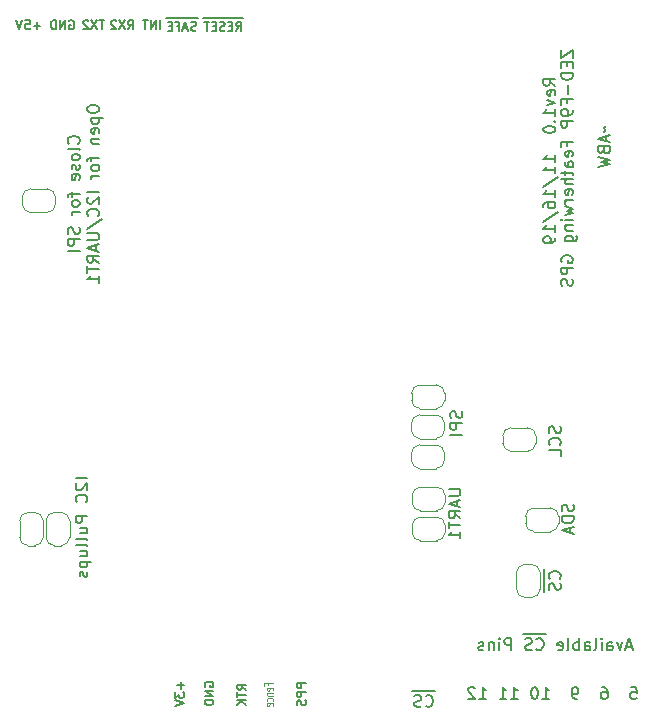
<source format=gbr>
G04 #@! TF.GenerationSoftware,KiCad,Pcbnew,(5.1.4)-1*
G04 #@! TF.CreationDate,2019-11-16T11:50:56-05:00*
G04 #@! TF.ProjectId,Feather-ZED-F9P-GPS,46656174-6865-4722-9d5a-45442d463950,rev?*
G04 #@! TF.SameCoordinates,Original*
G04 #@! TF.FileFunction,Legend,Bot*
G04 #@! TF.FilePolarity,Positive*
%FSLAX46Y46*%
G04 Gerber Fmt 4.6, Leading zero omitted, Abs format (unit mm)*
G04 Created by KiCad (PCBNEW (5.1.4)-1) date 2019-11-16 11:50:56*
%MOMM*%
%LPD*%
G04 APERTURE LIST*
%ADD10C,0.150000*%
%ADD11C,0.125000*%
%ADD12C,0.120000*%
G04 APERTURE END LIST*
D10*
X100109328Y-52860795D02*
X100061709Y-52908414D01*
X100014090Y-53003652D01*
X100109328Y-53194128D01*
X100061709Y-53289366D01*
X100014090Y-53336985D01*
X100204566Y-53670319D02*
X100204566Y-54146509D01*
X100490280Y-53575080D02*
X99490280Y-53908414D01*
X100490280Y-54241747D01*
X99966471Y-54908414D02*
X100014090Y-55051271D01*
X100061709Y-55098890D01*
X100156947Y-55146509D01*
X100299804Y-55146509D01*
X100395042Y-55098890D01*
X100442661Y-55051271D01*
X100490280Y-54956033D01*
X100490280Y-54575080D01*
X99490280Y-54575080D01*
X99490280Y-54908414D01*
X99537900Y-55003652D01*
X99585519Y-55051271D01*
X99680757Y-55098890D01*
X99775995Y-55098890D01*
X99871233Y-55051271D01*
X99918852Y-55003652D01*
X99966471Y-54908414D01*
X99966471Y-54575080D01*
X99490280Y-55479842D02*
X100490280Y-55717938D01*
X99775995Y-55908414D01*
X100490280Y-56098890D01*
X99490280Y-56336985D01*
X95880180Y-49433957D02*
X95403990Y-49100623D01*
X95880180Y-48862528D02*
X94880180Y-48862528D01*
X94880180Y-49243480D01*
X94927800Y-49338719D01*
X94975419Y-49386338D01*
X95070657Y-49433957D01*
X95213514Y-49433957D01*
X95308752Y-49386338D01*
X95356371Y-49338719D01*
X95403990Y-49243480D01*
X95403990Y-48862528D01*
X95832561Y-50243480D02*
X95880180Y-50148242D01*
X95880180Y-49957766D01*
X95832561Y-49862528D01*
X95737323Y-49814909D01*
X95356371Y-49814909D01*
X95261133Y-49862528D01*
X95213514Y-49957766D01*
X95213514Y-50148242D01*
X95261133Y-50243480D01*
X95356371Y-50291100D01*
X95451609Y-50291100D01*
X95546847Y-49814909D01*
X95213514Y-50624433D02*
X95880180Y-50862528D01*
X95213514Y-51100623D01*
X95880180Y-52005385D02*
X95880180Y-51433957D01*
X95880180Y-51719671D02*
X94880180Y-51719671D01*
X95023038Y-51624433D01*
X95118276Y-51529195D01*
X95165895Y-51433957D01*
X95784942Y-52433957D02*
X95832561Y-52481576D01*
X95880180Y-52433957D01*
X95832561Y-52386338D01*
X95784942Y-52433957D01*
X95880180Y-52433957D01*
X94880180Y-53100623D02*
X94880180Y-53195861D01*
X94927800Y-53291100D01*
X94975419Y-53338719D01*
X95070657Y-53386338D01*
X95261133Y-53433957D01*
X95499228Y-53433957D01*
X95689704Y-53386338D01*
X95784942Y-53338719D01*
X95832561Y-53291100D01*
X95880180Y-53195861D01*
X95880180Y-53100623D01*
X95832561Y-53005385D01*
X95784942Y-52957766D01*
X95689704Y-52910147D01*
X95499228Y-52862528D01*
X95261133Y-52862528D01*
X95070657Y-52910147D01*
X94975419Y-52957766D01*
X94927800Y-53005385D01*
X94880180Y-53100623D01*
X95880180Y-55910147D02*
X95880180Y-55338719D01*
X95880180Y-55624433D02*
X94880180Y-55624433D01*
X95023038Y-55529195D01*
X95118276Y-55433957D01*
X95165895Y-55338719D01*
X95880180Y-56862528D02*
X95880180Y-56291100D01*
X95880180Y-56576814D02*
X94880180Y-56576814D01*
X95023038Y-56481576D01*
X95118276Y-56386338D01*
X95165895Y-56291100D01*
X94832561Y-58005385D02*
X96118276Y-57148242D01*
X95880180Y-58862528D02*
X95880180Y-58291100D01*
X95880180Y-58576814D02*
X94880180Y-58576814D01*
X95023038Y-58481576D01*
X95118276Y-58386338D01*
X95165895Y-58291100D01*
X94880180Y-59719671D02*
X94880180Y-59529195D01*
X94927800Y-59433957D01*
X94975419Y-59386338D01*
X95118276Y-59291100D01*
X95308752Y-59243480D01*
X95689704Y-59243480D01*
X95784942Y-59291100D01*
X95832561Y-59338719D01*
X95880180Y-59433957D01*
X95880180Y-59624433D01*
X95832561Y-59719671D01*
X95784942Y-59767290D01*
X95689704Y-59814909D01*
X95451609Y-59814909D01*
X95356371Y-59767290D01*
X95308752Y-59719671D01*
X95261133Y-59624433D01*
X95261133Y-59433957D01*
X95308752Y-59338719D01*
X95356371Y-59291100D01*
X95451609Y-59243480D01*
X94832561Y-60957766D02*
X96118276Y-60100623D01*
X95880180Y-61814909D02*
X95880180Y-61243480D01*
X95880180Y-61529195D02*
X94880180Y-61529195D01*
X95023038Y-61433957D01*
X95118276Y-61338719D01*
X95165895Y-61243480D01*
X95880180Y-62291100D02*
X95880180Y-62481576D01*
X95832561Y-62576814D01*
X95784942Y-62624433D01*
X95642085Y-62719671D01*
X95451609Y-62767290D01*
X95070657Y-62767290D01*
X94975419Y-62719671D01*
X94927800Y-62672052D01*
X94880180Y-62576814D01*
X94880180Y-62386338D01*
X94927800Y-62291100D01*
X94975419Y-62243480D01*
X95070657Y-62195861D01*
X95308752Y-62195861D01*
X95403990Y-62243480D01*
X95451609Y-62291100D01*
X95499228Y-62386338D01*
X95499228Y-62576814D01*
X95451609Y-62672052D01*
X95403990Y-62719671D01*
X95308752Y-62767290D01*
X96378780Y-46413400D02*
X96378780Y-47080066D01*
X97378780Y-46413400D01*
X97378780Y-47080066D01*
X96854971Y-47461019D02*
X96854971Y-47794352D01*
X97378780Y-47937209D02*
X97378780Y-47461019D01*
X96378780Y-47461019D01*
X96378780Y-47937209D01*
X97378780Y-48365780D02*
X96378780Y-48365780D01*
X96378780Y-48603876D01*
X96426400Y-48746733D01*
X96521638Y-48841971D01*
X96616876Y-48889590D01*
X96807352Y-48937209D01*
X96950209Y-48937209D01*
X97140685Y-48889590D01*
X97235923Y-48841971D01*
X97331161Y-48746733D01*
X97378780Y-48603876D01*
X97378780Y-48365780D01*
X96997828Y-49365780D02*
X96997828Y-50127685D01*
X96854971Y-50937209D02*
X96854971Y-50603876D01*
X97378780Y-50603876D02*
X96378780Y-50603876D01*
X96378780Y-51080066D01*
X97378780Y-51508638D02*
X97378780Y-51699114D01*
X97331161Y-51794352D01*
X97283542Y-51841971D01*
X97140685Y-51937209D01*
X96950209Y-51984828D01*
X96569257Y-51984828D01*
X96474019Y-51937209D01*
X96426400Y-51889590D01*
X96378780Y-51794352D01*
X96378780Y-51603876D01*
X96426400Y-51508638D01*
X96474019Y-51461019D01*
X96569257Y-51413400D01*
X96807352Y-51413400D01*
X96902590Y-51461019D01*
X96950209Y-51508638D01*
X96997828Y-51603876D01*
X96997828Y-51794352D01*
X96950209Y-51889590D01*
X96902590Y-51937209D01*
X96807352Y-51984828D01*
X97378780Y-52413400D02*
X96378780Y-52413400D01*
X96378780Y-52794352D01*
X96426400Y-52889590D01*
X96474019Y-52937209D01*
X96569257Y-52984828D01*
X96712114Y-52984828D01*
X96807352Y-52937209D01*
X96854971Y-52889590D01*
X96902590Y-52794352D01*
X96902590Y-52413400D01*
X96854971Y-54508638D02*
X96854971Y-54175304D01*
X97378780Y-54175304D02*
X96378780Y-54175304D01*
X96378780Y-54651495D01*
X97331161Y-55413400D02*
X97378780Y-55318161D01*
X97378780Y-55127685D01*
X97331161Y-55032447D01*
X97235923Y-54984828D01*
X96854971Y-54984828D01*
X96759733Y-55032447D01*
X96712114Y-55127685D01*
X96712114Y-55318161D01*
X96759733Y-55413400D01*
X96854971Y-55461019D01*
X96950209Y-55461019D01*
X97045447Y-54984828D01*
X97378780Y-56318161D02*
X96854971Y-56318161D01*
X96759733Y-56270542D01*
X96712114Y-56175304D01*
X96712114Y-55984828D01*
X96759733Y-55889590D01*
X97331161Y-56318161D02*
X97378780Y-56222923D01*
X97378780Y-55984828D01*
X97331161Y-55889590D01*
X97235923Y-55841971D01*
X97140685Y-55841971D01*
X97045447Y-55889590D01*
X96997828Y-55984828D01*
X96997828Y-56222923D01*
X96950209Y-56318161D01*
X96712114Y-56651495D02*
X96712114Y-57032447D01*
X96378780Y-56794352D02*
X97235923Y-56794352D01*
X97331161Y-56841971D01*
X97378780Y-56937209D01*
X97378780Y-57032447D01*
X97378780Y-57365780D02*
X96378780Y-57365780D01*
X97378780Y-57794352D02*
X96854971Y-57794352D01*
X96759733Y-57746733D01*
X96712114Y-57651495D01*
X96712114Y-57508638D01*
X96759733Y-57413400D01*
X96807352Y-57365780D01*
X97331161Y-58651495D02*
X97378780Y-58556257D01*
X97378780Y-58365780D01*
X97331161Y-58270542D01*
X97235923Y-58222923D01*
X96854971Y-58222923D01*
X96759733Y-58270542D01*
X96712114Y-58365780D01*
X96712114Y-58556257D01*
X96759733Y-58651495D01*
X96854971Y-58699114D01*
X96950209Y-58699114D01*
X97045447Y-58222923D01*
X97378780Y-59127685D02*
X96712114Y-59127685D01*
X96902590Y-59127685D02*
X96807352Y-59175304D01*
X96759733Y-59222923D01*
X96712114Y-59318161D01*
X96712114Y-59413400D01*
X96712114Y-59651495D02*
X97378780Y-59841971D01*
X96902590Y-60032447D01*
X97378780Y-60222923D01*
X96712114Y-60413400D01*
X97378780Y-60794352D02*
X96712114Y-60794352D01*
X96378780Y-60794352D02*
X96426400Y-60746733D01*
X96474019Y-60794352D01*
X96426400Y-60841971D01*
X96378780Y-60794352D01*
X96474019Y-60794352D01*
X96712114Y-61270542D02*
X97378780Y-61270542D01*
X96807352Y-61270542D02*
X96759733Y-61318161D01*
X96712114Y-61413400D01*
X96712114Y-61556257D01*
X96759733Y-61651495D01*
X96854971Y-61699114D01*
X97378780Y-61699114D01*
X96712114Y-62603876D02*
X97521638Y-62603876D01*
X97616876Y-62556257D01*
X97664495Y-62508638D01*
X97712114Y-62413400D01*
X97712114Y-62270542D01*
X97664495Y-62175304D01*
X97331161Y-62603876D02*
X97378780Y-62508638D01*
X97378780Y-62318161D01*
X97331161Y-62222923D01*
X97283542Y-62175304D01*
X97188304Y-62127685D01*
X96902590Y-62127685D01*
X96807352Y-62175304D01*
X96759733Y-62222923D01*
X96712114Y-62318161D01*
X96712114Y-62508638D01*
X96759733Y-62603876D01*
X96426400Y-64365780D02*
X96378780Y-64270542D01*
X96378780Y-64127685D01*
X96426400Y-63984828D01*
X96521638Y-63889590D01*
X96616876Y-63841971D01*
X96807352Y-63794352D01*
X96950209Y-63794352D01*
X97140685Y-63841971D01*
X97235923Y-63889590D01*
X97331161Y-63984828D01*
X97378780Y-64127685D01*
X97378780Y-64222923D01*
X97331161Y-64365780D01*
X97283542Y-64413400D01*
X96950209Y-64413400D01*
X96950209Y-64222923D01*
X97378780Y-64841971D02*
X96378780Y-64841971D01*
X96378780Y-65222923D01*
X96426400Y-65318161D01*
X96474019Y-65365780D01*
X96569257Y-65413400D01*
X96712114Y-65413400D01*
X96807352Y-65365780D01*
X96854971Y-65318161D01*
X96902590Y-65222923D01*
X96902590Y-64841971D01*
X97331161Y-65794352D02*
X97378780Y-65937209D01*
X97378780Y-66175304D01*
X97331161Y-66270542D01*
X97283542Y-66318161D01*
X97188304Y-66365780D01*
X97093066Y-66365780D01*
X96997828Y-66318161D01*
X96950209Y-66270542D01*
X96902590Y-66175304D01*
X96854971Y-65984828D01*
X96807352Y-65889590D01*
X96759733Y-65841971D01*
X96664495Y-65794352D01*
X96569257Y-65794352D01*
X96474019Y-65841971D01*
X96426400Y-65889590D01*
X96378780Y-65984828D01*
X96378780Y-66222923D01*
X96426400Y-66365780D01*
X57710271Y-43885935D02*
X57281700Y-43885935D01*
X57495985Y-44635935D02*
X57495985Y-43885935D01*
X57103128Y-43885935D02*
X56603128Y-44635935D01*
X56603128Y-43885935D02*
X57103128Y-44635935D01*
X56353128Y-43957364D02*
X56317414Y-43921650D01*
X56245985Y-43885935D01*
X56067414Y-43885935D01*
X55995985Y-43921650D01*
X55960271Y-43957364D01*
X55924557Y-44028792D01*
X55924557Y-44100221D01*
X55960271Y-44207364D01*
X56388842Y-44635935D01*
X55924557Y-44635935D01*
X52297685Y-44350221D02*
X51726257Y-44350221D01*
X52011971Y-44635935D02*
X52011971Y-44064507D01*
X51011971Y-43885935D02*
X51369114Y-43885935D01*
X51404828Y-44243078D01*
X51369114Y-44207364D01*
X51297685Y-44171650D01*
X51119114Y-44171650D01*
X51047685Y-44207364D01*
X51011971Y-44243078D01*
X50976257Y-44314507D01*
X50976257Y-44493078D01*
X51011971Y-44564507D01*
X51047685Y-44600221D01*
X51119114Y-44635935D01*
X51297685Y-44635935D01*
X51369114Y-44600221D01*
X51404828Y-44564507D01*
X50761971Y-43885935D02*
X50511971Y-44635935D01*
X50261971Y-43885935D01*
X54736928Y-43921650D02*
X54808357Y-43885935D01*
X54915500Y-43885935D01*
X55022642Y-43921650D01*
X55094071Y-43993078D01*
X55129785Y-44064507D01*
X55165500Y-44207364D01*
X55165500Y-44314507D01*
X55129785Y-44457364D01*
X55094071Y-44528792D01*
X55022642Y-44600221D01*
X54915500Y-44635935D01*
X54844071Y-44635935D01*
X54736928Y-44600221D01*
X54701214Y-44564507D01*
X54701214Y-44314507D01*
X54844071Y-44314507D01*
X54379785Y-44635935D02*
X54379785Y-43885935D01*
X53951214Y-44635935D01*
X53951214Y-43885935D01*
X53594071Y-44635935D02*
X53594071Y-43885935D01*
X53415500Y-43885935D01*
X53308357Y-43921650D01*
X53236928Y-43993078D01*
X53201214Y-44064507D01*
X53165500Y-44207364D01*
X53165500Y-44314507D01*
X53201214Y-44457364D01*
X53236928Y-44528792D01*
X53308357Y-44600221D01*
X53415500Y-44635935D01*
X53594071Y-44635935D01*
X69476328Y-43700400D02*
X68726328Y-43700400D01*
X68869185Y-44774685D02*
X69119185Y-44417542D01*
X69297757Y-44774685D02*
X69297757Y-44024685D01*
X69012042Y-44024685D01*
X68940614Y-44060400D01*
X68904900Y-44096114D01*
X68869185Y-44167542D01*
X68869185Y-44274685D01*
X68904900Y-44346114D01*
X68940614Y-44381828D01*
X69012042Y-44417542D01*
X69297757Y-44417542D01*
X68726328Y-43700400D02*
X68047757Y-43700400D01*
X68547757Y-44381828D02*
X68297757Y-44381828D01*
X68190614Y-44774685D02*
X68547757Y-44774685D01*
X68547757Y-44024685D01*
X68190614Y-44024685D01*
X68047757Y-43700400D02*
X67333471Y-43700400D01*
X67904900Y-44738971D02*
X67797757Y-44774685D01*
X67619185Y-44774685D01*
X67547757Y-44738971D01*
X67512042Y-44703257D01*
X67476328Y-44631828D01*
X67476328Y-44560400D01*
X67512042Y-44488971D01*
X67547757Y-44453257D01*
X67619185Y-44417542D01*
X67762042Y-44381828D01*
X67833471Y-44346114D01*
X67869185Y-44310400D01*
X67904900Y-44238971D01*
X67904900Y-44167542D01*
X67869185Y-44096114D01*
X67833471Y-44060400D01*
X67762042Y-44024685D01*
X67583471Y-44024685D01*
X67476328Y-44060400D01*
X67333471Y-43700400D02*
X66654900Y-43700400D01*
X67154900Y-44381828D02*
X66904900Y-44381828D01*
X66797757Y-44774685D02*
X67154900Y-44774685D01*
X67154900Y-44024685D01*
X66797757Y-44024685D01*
X66654900Y-43700400D02*
X66083471Y-43700400D01*
X66583471Y-44024685D02*
X66154900Y-44024685D01*
X66369185Y-44774685D02*
X66369185Y-44024685D01*
X59689542Y-44635935D02*
X59939542Y-44278792D01*
X60118114Y-44635935D02*
X60118114Y-43885935D01*
X59832400Y-43885935D01*
X59760971Y-43921650D01*
X59725257Y-43957364D01*
X59689542Y-44028792D01*
X59689542Y-44135935D01*
X59725257Y-44207364D01*
X59760971Y-44243078D01*
X59832400Y-44278792D01*
X60118114Y-44278792D01*
X59439542Y-43885935D02*
X58939542Y-44635935D01*
X58939542Y-43885935D02*
X59439542Y-44635935D01*
X58689542Y-43957364D02*
X58653828Y-43921650D01*
X58582400Y-43885935D01*
X58403828Y-43885935D01*
X58332400Y-43921650D01*
X58296685Y-43957364D01*
X58260971Y-44028792D01*
X58260971Y-44100221D01*
X58296685Y-44207364D01*
X58725257Y-44635935D01*
X58260971Y-44635935D01*
X65601285Y-43700400D02*
X64887000Y-43700400D01*
X65458428Y-44738971D02*
X65351285Y-44774685D01*
X65172714Y-44774685D01*
X65101285Y-44738971D01*
X65065571Y-44703257D01*
X65029857Y-44631828D01*
X65029857Y-44560400D01*
X65065571Y-44488971D01*
X65101285Y-44453257D01*
X65172714Y-44417542D01*
X65315571Y-44381828D01*
X65387000Y-44346114D01*
X65422714Y-44310400D01*
X65458428Y-44238971D01*
X65458428Y-44167542D01*
X65422714Y-44096114D01*
X65387000Y-44060400D01*
X65315571Y-44024685D01*
X65137000Y-44024685D01*
X65029857Y-44060400D01*
X64887000Y-43700400D02*
X64244142Y-43700400D01*
X64744142Y-44560400D02*
X64387000Y-44560400D01*
X64815571Y-44774685D02*
X64565571Y-44024685D01*
X64315571Y-44774685D01*
X64244142Y-43700400D02*
X63601285Y-43700400D01*
X63815571Y-44381828D02*
X64065571Y-44381828D01*
X64065571Y-44774685D02*
X64065571Y-44024685D01*
X63708428Y-44024685D01*
X63601285Y-43700400D02*
X62922714Y-43700400D01*
X63422714Y-44381828D02*
X63172714Y-44381828D01*
X63065571Y-44774685D02*
X63422714Y-44774685D01*
X63422714Y-44024685D01*
X63065571Y-44024685D01*
X62400571Y-44635935D02*
X62400571Y-43885935D01*
X62043428Y-44635935D02*
X62043428Y-43885935D01*
X61614857Y-44635935D01*
X61614857Y-43885935D01*
X61364857Y-43885935D02*
X60936285Y-43885935D01*
X61150571Y-44635935D02*
X61150571Y-43885935D01*
D11*
X71587128Y-100167380D02*
X71587128Y-100000714D01*
X71979985Y-100000714D02*
X71229985Y-100000714D01*
X71229985Y-100238809D01*
X71944271Y-100619761D02*
X71979985Y-100572142D01*
X71979985Y-100476904D01*
X71944271Y-100429285D01*
X71872842Y-100405476D01*
X71587128Y-100405476D01*
X71515700Y-100429285D01*
X71479985Y-100476904D01*
X71479985Y-100572142D01*
X71515700Y-100619761D01*
X71587128Y-100643571D01*
X71658557Y-100643571D01*
X71729985Y-100405476D01*
X71479985Y-100857857D02*
X71979985Y-100857857D01*
X71551414Y-100857857D02*
X71515700Y-100881666D01*
X71479985Y-100929285D01*
X71479985Y-101000714D01*
X71515700Y-101048333D01*
X71587128Y-101072142D01*
X71979985Y-101072142D01*
X71944271Y-101524523D02*
X71979985Y-101476904D01*
X71979985Y-101381666D01*
X71944271Y-101334047D01*
X71908557Y-101310238D01*
X71837128Y-101286428D01*
X71622842Y-101286428D01*
X71551414Y-101310238D01*
X71515700Y-101334047D01*
X71479985Y-101381666D01*
X71479985Y-101476904D01*
X71515700Y-101524523D01*
X71944271Y-101929285D02*
X71979985Y-101881666D01*
X71979985Y-101786428D01*
X71944271Y-101738809D01*
X71872842Y-101715000D01*
X71587128Y-101715000D01*
X71515700Y-101738809D01*
X71479985Y-101786428D01*
X71479985Y-101881666D01*
X71515700Y-101929285D01*
X71587128Y-101953095D01*
X71658557Y-101953095D01*
X71729985Y-101715000D01*
D10*
X74748585Y-100000119D02*
X73998585Y-100000119D01*
X73998585Y-100285833D01*
X74034300Y-100357262D01*
X74070014Y-100392976D01*
X74141442Y-100428691D01*
X74248585Y-100428691D01*
X74320014Y-100392976D01*
X74355728Y-100357262D01*
X74391442Y-100285833D01*
X74391442Y-100000119D01*
X74748585Y-100750119D02*
X73998585Y-100750119D01*
X73998585Y-101035833D01*
X74034300Y-101107262D01*
X74070014Y-101142976D01*
X74141442Y-101178691D01*
X74248585Y-101178691D01*
X74320014Y-101142976D01*
X74355728Y-101107262D01*
X74391442Y-101035833D01*
X74391442Y-100750119D01*
X74712871Y-101464405D02*
X74748585Y-101571548D01*
X74748585Y-101750119D01*
X74712871Y-101821548D01*
X74677157Y-101857262D01*
X74605728Y-101892976D01*
X74534300Y-101892976D01*
X74462871Y-101857262D01*
X74427157Y-101821548D01*
X74391442Y-101750119D01*
X74355728Y-101607262D01*
X74320014Y-101535833D01*
X74284300Y-101500119D01*
X74212871Y-101464405D01*
X74141442Y-101464405D01*
X74070014Y-101500119D01*
X74034300Y-101535833D01*
X73998585Y-101607262D01*
X73998585Y-101785833D01*
X74034300Y-101892976D01*
X64175871Y-99928691D02*
X64175871Y-100500119D01*
X64461585Y-100214405D02*
X63890157Y-100214405D01*
X63711585Y-100785834D02*
X63711585Y-101250119D01*
X63997300Y-101000119D01*
X63997300Y-101107262D01*
X64033014Y-101178691D01*
X64068728Y-101214405D01*
X64140157Y-101250119D01*
X64318728Y-101250119D01*
X64390157Y-101214405D01*
X64425871Y-101178691D01*
X64461585Y-101107262D01*
X64461585Y-100892977D01*
X64425871Y-100821548D01*
X64390157Y-100785834D01*
X63711585Y-101464405D02*
X64461585Y-101714405D01*
X63711585Y-101964405D01*
X69706685Y-100571547D02*
X69349542Y-100321547D01*
X69706685Y-100142976D02*
X68956685Y-100142976D01*
X68956685Y-100428690D01*
X68992400Y-100500119D01*
X69028114Y-100535833D01*
X69099542Y-100571547D01*
X69206685Y-100571547D01*
X69278114Y-100535833D01*
X69313828Y-100500119D01*
X69349542Y-100428690D01*
X69349542Y-100142976D01*
X68956685Y-100785833D02*
X68956685Y-101214404D01*
X69706685Y-101000119D02*
X68956685Y-101000119D01*
X69706685Y-101464404D02*
X68956685Y-101464404D01*
X69706685Y-101892976D02*
X69278114Y-101571547D01*
X68956685Y-101892976D02*
X69385257Y-101464404D01*
X66223800Y-100321548D02*
X66188085Y-100250119D01*
X66188085Y-100142977D01*
X66223800Y-100035834D01*
X66295228Y-99964405D01*
X66366657Y-99928691D01*
X66509514Y-99892977D01*
X66616657Y-99892977D01*
X66759514Y-99928691D01*
X66830942Y-99964405D01*
X66902371Y-100035834D01*
X66938085Y-100142977D01*
X66938085Y-100214405D01*
X66902371Y-100321548D01*
X66866657Y-100357262D01*
X66616657Y-100357262D01*
X66616657Y-100214405D01*
X66938085Y-100678691D02*
X66188085Y-100678691D01*
X66938085Y-101107262D01*
X66188085Y-101107262D01*
X66938085Y-101464405D02*
X66188085Y-101464405D01*
X66188085Y-101642977D01*
X66223800Y-101750119D01*
X66295228Y-101821548D01*
X66366657Y-101857262D01*
X66509514Y-101892977D01*
X66616657Y-101892977D01*
X66759514Y-101857262D01*
X66830942Y-101821548D01*
X66902371Y-101750119D01*
X66938085Y-101642977D01*
X66938085Y-101464405D01*
X85723290Y-100659600D02*
X84723290Y-100659600D01*
X84913766Y-101931742D02*
X84961385Y-101979361D01*
X85104242Y-102026980D01*
X85199480Y-102026980D01*
X85342338Y-101979361D01*
X85437576Y-101884123D01*
X85485195Y-101788885D01*
X85532814Y-101598409D01*
X85532814Y-101455552D01*
X85485195Y-101265076D01*
X85437576Y-101169838D01*
X85342338Y-101074600D01*
X85199480Y-101026980D01*
X85104242Y-101026980D01*
X84961385Y-101074600D01*
X84913766Y-101122219D01*
X84723290Y-100659600D02*
X83770909Y-100659600D01*
X84532814Y-101979361D02*
X84389957Y-102026980D01*
X84151861Y-102026980D01*
X84056623Y-101979361D01*
X84009004Y-101931742D01*
X83961385Y-101836504D01*
X83961385Y-101741266D01*
X84009004Y-101646028D01*
X84056623Y-101598409D01*
X84151861Y-101550790D01*
X84342338Y-101503171D01*
X84437576Y-101455552D01*
X84485195Y-101407933D01*
X84532814Y-101312695D01*
X84532814Y-101217457D01*
X84485195Y-101122219D01*
X84437576Y-101074600D01*
X84342338Y-101026980D01*
X84104242Y-101026980D01*
X83961385Y-101074600D01*
X102262747Y-100353880D02*
X102738938Y-100353880D01*
X102786557Y-100830071D01*
X102738938Y-100782452D01*
X102643700Y-100734833D01*
X102405604Y-100734833D01*
X102310366Y-100782452D01*
X102262747Y-100830071D01*
X102215128Y-100925309D01*
X102215128Y-101163404D01*
X102262747Y-101258642D01*
X102310366Y-101306261D01*
X102405604Y-101353880D01*
X102643700Y-101353880D01*
X102738938Y-101306261D01*
X102786557Y-101258642D01*
X99834176Y-100353880D02*
X100024652Y-100353880D01*
X100119890Y-100401500D01*
X100167509Y-100449119D01*
X100262747Y-100591976D01*
X100310366Y-100782452D01*
X100310366Y-101163404D01*
X100262747Y-101258642D01*
X100215128Y-101306261D01*
X100119890Y-101353880D01*
X99929414Y-101353880D01*
X99834176Y-101306261D01*
X99786557Y-101258642D01*
X99738938Y-101163404D01*
X99738938Y-100925309D01*
X99786557Y-100830071D01*
X99834176Y-100782452D01*
X99929414Y-100734833D01*
X100119890Y-100734833D01*
X100215128Y-100782452D01*
X100262747Y-100830071D01*
X100310366Y-100925309D01*
X97738938Y-101353880D02*
X97548461Y-101353880D01*
X97453223Y-101306261D01*
X97405604Y-101258642D01*
X97310366Y-101115785D01*
X97262747Y-100925309D01*
X97262747Y-100544357D01*
X97310366Y-100449119D01*
X97357985Y-100401500D01*
X97453223Y-100353880D01*
X97643700Y-100353880D01*
X97738938Y-100401500D01*
X97786557Y-100449119D01*
X97834176Y-100544357D01*
X97834176Y-100782452D01*
X97786557Y-100877690D01*
X97738938Y-100925309D01*
X97643700Y-100972928D01*
X97453223Y-100972928D01*
X97357985Y-100925309D01*
X97310366Y-100877690D01*
X97262747Y-100782452D01*
X94786557Y-101353880D02*
X95357985Y-101353880D01*
X95072271Y-101353880D02*
X95072271Y-100353880D01*
X95167509Y-100496738D01*
X95262747Y-100591976D01*
X95357985Y-100639595D01*
X94167509Y-100353880D02*
X94072271Y-100353880D01*
X93977033Y-100401500D01*
X93929414Y-100449119D01*
X93881795Y-100544357D01*
X93834176Y-100734833D01*
X93834176Y-100972928D01*
X93881795Y-101163404D01*
X93929414Y-101258642D01*
X93977033Y-101306261D01*
X94072271Y-101353880D01*
X94167509Y-101353880D01*
X94262747Y-101306261D01*
X94310366Y-101258642D01*
X94357985Y-101163404D01*
X94405604Y-100972928D01*
X94405604Y-100734833D01*
X94357985Y-100544357D01*
X94310366Y-100449119D01*
X94262747Y-100401500D01*
X94167509Y-100353880D01*
X92119890Y-101353880D02*
X92691319Y-101353880D01*
X92405604Y-101353880D02*
X92405604Y-100353880D01*
X92500842Y-100496738D01*
X92596080Y-100591976D01*
X92691319Y-100639595D01*
X91167509Y-101353880D02*
X91738938Y-101353880D01*
X91453223Y-101353880D02*
X91453223Y-100353880D01*
X91548461Y-100496738D01*
X91643700Y-100591976D01*
X91738938Y-100639595D01*
X89453223Y-101353880D02*
X90024652Y-101353880D01*
X89738938Y-101353880D02*
X89738938Y-100353880D01*
X89834176Y-100496738D01*
X89929414Y-100591976D01*
X90024652Y-100639595D01*
X89072271Y-100449119D02*
X89024652Y-100401500D01*
X88929414Y-100353880D01*
X88691319Y-100353880D01*
X88596080Y-100401500D01*
X88548461Y-100449119D01*
X88500842Y-100544357D01*
X88500842Y-100639595D01*
X88548461Y-100782452D01*
X89119890Y-101353880D01*
X88500842Y-101353880D01*
X102372300Y-96940666D02*
X101896109Y-96940666D01*
X102467538Y-97226380D02*
X102134204Y-96226380D01*
X101800871Y-97226380D01*
X101562776Y-96559714D02*
X101324680Y-97226380D01*
X101086585Y-96559714D01*
X100277061Y-97226380D02*
X100277061Y-96702571D01*
X100324680Y-96607333D01*
X100419919Y-96559714D01*
X100610395Y-96559714D01*
X100705633Y-96607333D01*
X100277061Y-97178761D02*
X100372300Y-97226380D01*
X100610395Y-97226380D01*
X100705633Y-97178761D01*
X100753252Y-97083523D01*
X100753252Y-96988285D01*
X100705633Y-96893047D01*
X100610395Y-96845428D01*
X100372300Y-96845428D01*
X100277061Y-96797809D01*
X99800871Y-97226380D02*
X99800871Y-96559714D01*
X99800871Y-96226380D02*
X99848490Y-96274000D01*
X99800871Y-96321619D01*
X99753252Y-96274000D01*
X99800871Y-96226380D01*
X99800871Y-96321619D01*
X99181823Y-97226380D02*
X99277061Y-97178761D01*
X99324680Y-97083523D01*
X99324680Y-96226380D01*
X98372300Y-97226380D02*
X98372300Y-96702571D01*
X98419919Y-96607333D01*
X98515157Y-96559714D01*
X98705633Y-96559714D01*
X98800871Y-96607333D01*
X98372300Y-97178761D02*
X98467538Y-97226380D01*
X98705633Y-97226380D01*
X98800871Y-97178761D01*
X98848490Y-97083523D01*
X98848490Y-96988285D01*
X98800871Y-96893047D01*
X98705633Y-96845428D01*
X98467538Y-96845428D01*
X98372300Y-96797809D01*
X97896109Y-97226380D02*
X97896109Y-96226380D01*
X97896109Y-96607333D02*
X97800871Y-96559714D01*
X97610395Y-96559714D01*
X97515157Y-96607333D01*
X97467538Y-96654952D01*
X97419919Y-96750190D01*
X97419919Y-97035904D01*
X97467538Y-97131142D01*
X97515157Y-97178761D01*
X97610395Y-97226380D01*
X97800871Y-97226380D01*
X97896109Y-97178761D01*
X96848490Y-97226380D02*
X96943728Y-97178761D01*
X96991347Y-97083523D01*
X96991347Y-96226380D01*
X96086585Y-97178761D02*
X96181823Y-97226380D01*
X96372300Y-97226380D01*
X96467538Y-97178761D01*
X96515157Y-97083523D01*
X96515157Y-96702571D01*
X96467538Y-96607333D01*
X96372300Y-96559714D01*
X96181823Y-96559714D01*
X96086585Y-96607333D01*
X96038966Y-96702571D01*
X96038966Y-96797809D01*
X96515157Y-96893047D01*
X95086585Y-95859000D02*
X94086585Y-95859000D01*
X94277061Y-97131142D02*
X94324680Y-97178761D01*
X94467538Y-97226380D01*
X94562776Y-97226380D01*
X94705633Y-97178761D01*
X94800871Y-97083523D01*
X94848490Y-96988285D01*
X94896109Y-96797809D01*
X94896109Y-96654952D01*
X94848490Y-96464476D01*
X94800871Y-96369238D01*
X94705633Y-96274000D01*
X94562776Y-96226380D01*
X94467538Y-96226380D01*
X94324680Y-96274000D01*
X94277061Y-96321619D01*
X94086585Y-95859000D02*
X93134204Y-95859000D01*
X93896109Y-97178761D02*
X93753252Y-97226380D01*
X93515157Y-97226380D01*
X93419919Y-97178761D01*
X93372300Y-97131142D01*
X93324680Y-97035904D01*
X93324680Y-96940666D01*
X93372300Y-96845428D01*
X93419919Y-96797809D01*
X93515157Y-96750190D01*
X93705633Y-96702571D01*
X93800871Y-96654952D01*
X93848490Y-96607333D01*
X93896109Y-96512095D01*
X93896109Y-96416857D01*
X93848490Y-96321619D01*
X93800871Y-96274000D01*
X93705633Y-96226380D01*
X93467538Y-96226380D01*
X93324680Y-96274000D01*
X92134204Y-97226380D02*
X92134204Y-96226380D01*
X91753252Y-96226380D01*
X91658014Y-96274000D01*
X91610395Y-96321619D01*
X91562776Y-96416857D01*
X91562776Y-96559714D01*
X91610395Y-96654952D01*
X91658014Y-96702571D01*
X91753252Y-96750190D01*
X92134204Y-96750190D01*
X91134204Y-97226380D02*
X91134204Y-96559714D01*
X91134204Y-96226380D02*
X91181823Y-96274000D01*
X91134204Y-96321619D01*
X91086585Y-96274000D01*
X91134204Y-96226380D01*
X91134204Y-96321619D01*
X90658014Y-96559714D02*
X90658014Y-97226380D01*
X90658014Y-96654952D02*
X90610395Y-96607333D01*
X90515157Y-96559714D01*
X90372300Y-96559714D01*
X90277061Y-96607333D01*
X90229442Y-96702571D01*
X90229442Y-97226380D01*
X89800871Y-97178761D02*
X89705633Y-97226380D01*
X89515157Y-97226380D01*
X89419919Y-97178761D01*
X89372300Y-97083523D01*
X89372300Y-97035904D01*
X89419919Y-96940666D01*
X89515157Y-96893047D01*
X89658014Y-96893047D01*
X89753252Y-96845428D01*
X89800871Y-96750190D01*
X89800871Y-96702571D01*
X89753252Y-96607333D01*
X89658014Y-96559714D01*
X89515157Y-96559714D01*
X89419919Y-96607333D01*
X97381961Y-84904414D02*
X97429580Y-85047271D01*
X97429580Y-85285366D01*
X97381961Y-85380604D01*
X97334342Y-85428223D01*
X97239104Y-85475842D01*
X97143866Y-85475842D01*
X97048628Y-85428223D01*
X97001009Y-85380604D01*
X96953390Y-85285366D01*
X96905771Y-85094890D01*
X96858152Y-84999652D01*
X96810533Y-84952033D01*
X96715295Y-84904414D01*
X96620057Y-84904414D01*
X96524819Y-84952033D01*
X96477200Y-84999652D01*
X96429580Y-85094890D01*
X96429580Y-85332985D01*
X96477200Y-85475842D01*
X97429580Y-85904414D02*
X96429580Y-85904414D01*
X96429580Y-86142509D01*
X96477200Y-86285366D01*
X96572438Y-86380604D01*
X96667676Y-86428223D01*
X96858152Y-86475842D01*
X97001009Y-86475842D01*
X97191485Y-86428223D01*
X97286723Y-86380604D01*
X97381961Y-86285366D01*
X97429580Y-86142509D01*
X97429580Y-85904414D01*
X97143866Y-86856795D02*
X97143866Y-87332985D01*
X97429580Y-86761557D02*
X96429580Y-87094890D01*
X97429580Y-87428223D01*
X96289761Y-78286123D02*
X96337380Y-78428980D01*
X96337380Y-78667076D01*
X96289761Y-78762314D01*
X96242142Y-78809933D01*
X96146904Y-78857552D01*
X96051666Y-78857552D01*
X95956428Y-78809933D01*
X95908809Y-78762314D01*
X95861190Y-78667076D01*
X95813571Y-78476600D01*
X95765952Y-78381361D01*
X95718333Y-78333742D01*
X95623095Y-78286123D01*
X95527857Y-78286123D01*
X95432619Y-78333742D01*
X95385000Y-78381361D01*
X95337380Y-78476600D01*
X95337380Y-78714695D01*
X95385000Y-78857552D01*
X96242142Y-79857552D02*
X96289761Y-79809933D01*
X96337380Y-79667076D01*
X96337380Y-79571838D01*
X96289761Y-79428980D01*
X96194523Y-79333742D01*
X96099285Y-79286123D01*
X95908809Y-79238504D01*
X95765952Y-79238504D01*
X95575476Y-79286123D01*
X95480238Y-79333742D01*
X95385000Y-79428980D01*
X95337380Y-79571838D01*
X95337380Y-79667076D01*
X95385000Y-79809933D01*
X95432619Y-79857552D01*
X96337380Y-80762314D02*
X96337380Y-80286123D01*
X95337380Y-80286123D01*
X56268880Y-82687042D02*
X55268880Y-82687042D01*
X55364119Y-83115614D02*
X55316500Y-83163233D01*
X55268880Y-83258471D01*
X55268880Y-83496566D01*
X55316500Y-83591804D01*
X55364119Y-83639423D01*
X55459357Y-83687042D01*
X55554595Y-83687042D01*
X55697452Y-83639423D01*
X56268880Y-83067995D01*
X56268880Y-83687042D01*
X56173642Y-84687042D02*
X56221261Y-84639423D01*
X56268880Y-84496566D01*
X56268880Y-84401328D01*
X56221261Y-84258471D01*
X56126023Y-84163233D01*
X56030785Y-84115614D01*
X55840309Y-84067995D01*
X55697452Y-84067995D01*
X55506976Y-84115614D01*
X55411738Y-84163233D01*
X55316500Y-84258471D01*
X55268880Y-84401328D01*
X55268880Y-84496566D01*
X55316500Y-84639423D01*
X55364119Y-84687042D01*
X56268880Y-85877519D02*
X55268880Y-85877519D01*
X55268880Y-86258471D01*
X55316500Y-86353709D01*
X55364119Y-86401328D01*
X55459357Y-86448947D01*
X55602214Y-86448947D01*
X55697452Y-86401328D01*
X55745071Y-86353709D01*
X55792690Y-86258471D01*
X55792690Y-85877519D01*
X55602214Y-87306090D02*
X56268880Y-87306090D01*
X55602214Y-86877519D02*
X56126023Y-86877519D01*
X56221261Y-86925138D01*
X56268880Y-87020376D01*
X56268880Y-87163233D01*
X56221261Y-87258471D01*
X56173642Y-87306090D01*
X56268880Y-87925138D02*
X56221261Y-87829900D01*
X56126023Y-87782280D01*
X55268880Y-87782280D01*
X56268880Y-88448947D02*
X56221261Y-88353709D01*
X56126023Y-88306090D01*
X55268880Y-88306090D01*
X55602214Y-89258471D02*
X56268880Y-89258471D01*
X55602214Y-88829900D02*
X56126023Y-88829900D01*
X56221261Y-88877519D01*
X56268880Y-88972757D01*
X56268880Y-89115614D01*
X56221261Y-89210852D01*
X56173642Y-89258471D01*
X55602214Y-89734661D02*
X56602214Y-89734661D01*
X55649833Y-89734661D02*
X55602214Y-89829900D01*
X55602214Y-90020376D01*
X55649833Y-90115614D01*
X55697452Y-90163233D01*
X55792690Y-90210852D01*
X56078404Y-90210852D01*
X56173642Y-90163233D01*
X56221261Y-90115614D01*
X56268880Y-90020376D01*
X56268880Y-89829900D01*
X56221261Y-89734661D01*
X56221261Y-90591804D02*
X56268880Y-90687042D01*
X56268880Y-90877519D01*
X56221261Y-90972757D01*
X56126023Y-91020376D01*
X56078404Y-91020376D01*
X55983166Y-90972757D01*
X55935547Y-90877519D01*
X55935547Y-90734661D01*
X55887928Y-90639423D01*
X55792690Y-90591804D01*
X55745071Y-90591804D01*
X55649833Y-90639423D01*
X55602214Y-90734661D01*
X55602214Y-90877519D01*
X55649833Y-90972757D01*
X55513742Y-54335895D02*
X55561361Y-54288276D01*
X55608980Y-54145419D01*
X55608980Y-54050180D01*
X55561361Y-53907323D01*
X55466123Y-53812085D01*
X55370885Y-53764466D01*
X55180409Y-53716847D01*
X55037552Y-53716847D01*
X54847076Y-53764466D01*
X54751838Y-53812085D01*
X54656600Y-53907323D01*
X54608980Y-54050180D01*
X54608980Y-54145419D01*
X54656600Y-54288276D01*
X54704219Y-54335895D01*
X55608980Y-54907323D02*
X55561361Y-54812085D01*
X55466123Y-54764466D01*
X54608980Y-54764466D01*
X55608980Y-55431133D02*
X55561361Y-55335895D01*
X55513742Y-55288276D01*
X55418504Y-55240657D01*
X55132790Y-55240657D01*
X55037552Y-55288276D01*
X54989933Y-55335895D01*
X54942314Y-55431133D01*
X54942314Y-55573990D01*
X54989933Y-55669228D01*
X55037552Y-55716847D01*
X55132790Y-55764466D01*
X55418504Y-55764466D01*
X55513742Y-55716847D01*
X55561361Y-55669228D01*
X55608980Y-55573990D01*
X55608980Y-55431133D01*
X55561361Y-56145419D02*
X55608980Y-56240657D01*
X55608980Y-56431133D01*
X55561361Y-56526371D01*
X55466123Y-56573990D01*
X55418504Y-56573990D01*
X55323266Y-56526371D01*
X55275647Y-56431133D01*
X55275647Y-56288276D01*
X55228028Y-56193038D01*
X55132790Y-56145419D01*
X55085171Y-56145419D01*
X54989933Y-56193038D01*
X54942314Y-56288276D01*
X54942314Y-56431133D01*
X54989933Y-56526371D01*
X55561361Y-57383514D02*
X55608980Y-57288276D01*
X55608980Y-57097800D01*
X55561361Y-57002561D01*
X55466123Y-56954942D01*
X55085171Y-56954942D01*
X54989933Y-57002561D01*
X54942314Y-57097800D01*
X54942314Y-57288276D01*
X54989933Y-57383514D01*
X55085171Y-57431133D01*
X55180409Y-57431133D01*
X55275647Y-56954942D01*
X54942314Y-58478752D02*
X54942314Y-58859704D01*
X55608980Y-58621609D02*
X54751838Y-58621609D01*
X54656600Y-58669228D01*
X54608980Y-58764466D01*
X54608980Y-58859704D01*
X55608980Y-59335895D02*
X55561361Y-59240657D01*
X55513742Y-59193038D01*
X55418504Y-59145419D01*
X55132790Y-59145419D01*
X55037552Y-59193038D01*
X54989933Y-59240657D01*
X54942314Y-59335895D01*
X54942314Y-59478752D01*
X54989933Y-59573990D01*
X55037552Y-59621609D01*
X55132790Y-59669228D01*
X55418504Y-59669228D01*
X55513742Y-59621609D01*
X55561361Y-59573990D01*
X55608980Y-59478752D01*
X55608980Y-59335895D01*
X55608980Y-60097800D02*
X54942314Y-60097800D01*
X55132790Y-60097800D02*
X55037552Y-60145419D01*
X54989933Y-60193038D01*
X54942314Y-60288276D01*
X54942314Y-60383514D01*
X55561361Y-61431133D02*
X55608980Y-61573990D01*
X55608980Y-61812085D01*
X55561361Y-61907323D01*
X55513742Y-61954942D01*
X55418504Y-62002561D01*
X55323266Y-62002561D01*
X55228028Y-61954942D01*
X55180409Y-61907323D01*
X55132790Y-61812085D01*
X55085171Y-61621609D01*
X55037552Y-61526371D01*
X54989933Y-61478752D01*
X54894695Y-61431133D01*
X54799457Y-61431133D01*
X54704219Y-61478752D01*
X54656600Y-61526371D01*
X54608980Y-61621609D01*
X54608980Y-61859704D01*
X54656600Y-62002561D01*
X55608980Y-62431133D02*
X54608980Y-62431133D01*
X54608980Y-62812085D01*
X54656600Y-62907323D01*
X54704219Y-62954942D01*
X54799457Y-63002561D01*
X54942314Y-63002561D01*
X55037552Y-62954942D01*
X55085171Y-62907323D01*
X55132790Y-62812085D01*
X55132790Y-62431133D01*
X55608980Y-63431133D02*
X54608980Y-63431133D01*
X56258980Y-51312085D02*
X56258980Y-51502561D01*
X56306600Y-51597800D01*
X56401838Y-51693038D01*
X56592314Y-51740657D01*
X56925647Y-51740657D01*
X57116123Y-51693038D01*
X57211361Y-51597800D01*
X57258980Y-51502561D01*
X57258980Y-51312085D01*
X57211361Y-51216847D01*
X57116123Y-51121609D01*
X56925647Y-51073990D01*
X56592314Y-51073990D01*
X56401838Y-51121609D01*
X56306600Y-51216847D01*
X56258980Y-51312085D01*
X56592314Y-52169228D02*
X57592314Y-52169228D01*
X56639933Y-52169228D02*
X56592314Y-52264466D01*
X56592314Y-52454942D01*
X56639933Y-52550180D01*
X56687552Y-52597800D01*
X56782790Y-52645419D01*
X57068504Y-52645419D01*
X57163742Y-52597800D01*
X57211361Y-52550180D01*
X57258980Y-52454942D01*
X57258980Y-52264466D01*
X57211361Y-52169228D01*
X57211361Y-53454942D02*
X57258980Y-53359704D01*
X57258980Y-53169228D01*
X57211361Y-53073990D01*
X57116123Y-53026371D01*
X56735171Y-53026371D01*
X56639933Y-53073990D01*
X56592314Y-53169228D01*
X56592314Y-53359704D01*
X56639933Y-53454942D01*
X56735171Y-53502561D01*
X56830409Y-53502561D01*
X56925647Y-53026371D01*
X56592314Y-53931133D02*
X57258980Y-53931133D01*
X56687552Y-53931133D02*
X56639933Y-53978752D01*
X56592314Y-54073990D01*
X56592314Y-54216847D01*
X56639933Y-54312085D01*
X56735171Y-54359704D01*
X57258980Y-54359704D01*
X56592314Y-55454942D02*
X56592314Y-55835895D01*
X57258980Y-55597800D02*
X56401838Y-55597800D01*
X56306600Y-55645419D01*
X56258980Y-55740657D01*
X56258980Y-55835895D01*
X57258980Y-56312085D02*
X57211361Y-56216847D01*
X57163742Y-56169228D01*
X57068504Y-56121609D01*
X56782790Y-56121609D01*
X56687552Y-56169228D01*
X56639933Y-56216847D01*
X56592314Y-56312085D01*
X56592314Y-56454942D01*
X56639933Y-56550180D01*
X56687552Y-56597800D01*
X56782790Y-56645419D01*
X57068504Y-56645419D01*
X57163742Y-56597800D01*
X57211361Y-56550180D01*
X57258980Y-56454942D01*
X57258980Y-56312085D01*
X57258980Y-57073990D02*
X56592314Y-57073990D01*
X56782790Y-57073990D02*
X56687552Y-57121609D01*
X56639933Y-57169228D01*
X56592314Y-57264466D01*
X56592314Y-57359704D01*
X57258980Y-58454942D02*
X56258980Y-58454942D01*
X56354219Y-58883514D02*
X56306600Y-58931133D01*
X56258980Y-59026371D01*
X56258980Y-59264466D01*
X56306600Y-59359704D01*
X56354219Y-59407323D01*
X56449457Y-59454942D01*
X56544695Y-59454942D01*
X56687552Y-59407323D01*
X57258980Y-58835895D01*
X57258980Y-59454942D01*
X57163742Y-60454942D02*
X57211361Y-60407323D01*
X57258980Y-60264466D01*
X57258980Y-60169228D01*
X57211361Y-60026371D01*
X57116123Y-59931133D01*
X57020885Y-59883514D01*
X56830409Y-59835895D01*
X56687552Y-59835895D01*
X56497076Y-59883514D01*
X56401838Y-59931133D01*
X56306600Y-60026371D01*
X56258980Y-60169228D01*
X56258980Y-60264466D01*
X56306600Y-60407323D01*
X56354219Y-60454942D01*
X56211361Y-61597800D02*
X57497076Y-60740657D01*
X56258980Y-61931133D02*
X57068504Y-61931133D01*
X57163742Y-61978752D01*
X57211361Y-62026371D01*
X57258980Y-62121609D01*
X57258980Y-62312085D01*
X57211361Y-62407323D01*
X57163742Y-62454942D01*
X57068504Y-62502561D01*
X56258980Y-62502561D01*
X56973266Y-62931133D02*
X56973266Y-63407323D01*
X57258980Y-62835895D02*
X56258980Y-63169228D01*
X57258980Y-63502561D01*
X57258980Y-64407323D02*
X56782790Y-64073990D01*
X57258980Y-63835895D02*
X56258980Y-63835895D01*
X56258980Y-64216847D01*
X56306600Y-64312085D01*
X56354219Y-64359704D01*
X56449457Y-64407323D01*
X56592314Y-64407323D01*
X56687552Y-64359704D01*
X56735171Y-64312085D01*
X56782790Y-64216847D01*
X56782790Y-63835895D01*
X56258980Y-64693038D02*
X56258980Y-65264466D01*
X57258980Y-64978752D02*
X56258980Y-64978752D01*
X57258980Y-66121609D02*
X57258980Y-65550180D01*
X57258980Y-65835895D02*
X56258980Y-65835895D01*
X56401838Y-65740657D01*
X56497076Y-65645419D01*
X56544695Y-65550180D01*
X94970000Y-90362209D02*
X94970000Y-91362209D01*
X96242142Y-91171733D02*
X96289761Y-91124114D01*
X96337380Y-90981257D01*
X96337380Y-90886019D01*
X96289761Y-90743161D01*
X96194523Y-90647923D01*
X96099285Y-90600304D01*
X95908809Y-90552685D01*
X95765952Y-90552685D01*
X95575476Y-90600304D01*
X95480238Y-90647923D01*
X95385000Y-90743161D01*
X95337380Y-90886019D01*
X95337380Y-90981257D01*
X95385000Y-91124114D01*
X95432619Y-91171733D01*
X94970000Y-91362209D02*
X94970000Y-92314590D01*
X96289761Y-91552685D02*
X96337380Y-91695542D01*
X96337380Y-91933638D01*
X96289761Y-92028876D01*
X96242142Y-92076495D01*
X96146904Y-92124114D01*
X96051666Y-92124114D01*
X95956428Y-92076495D01*
X95908809Y-92028876D01*
X95861190Y-91933638D01*
X95813571Y-91743161D01*
X95765952Y-91647923D01*
X95718333Y-91600304D01*
X95623095Y-91552685D01*
X95527857Y-91552685D01*
X95432619Y-91600304D01*
X95385000Y-91647923D01*
X95337380Y-91743161D01*
X95337380Y-91981257D01*
X95385000Y-92124114D01*
X87945861Y-77004990D02*
X87993480Y-77147847D01*
X87993480Y-77385942D01*
X87945861Y-77481180D01*
X87898242Y-77528800D01*
X87803004Y-77576419D01*
X87707766Y-77576419D01*
X87612528Y-77528800D01*
X87564909Y-77481180D01*
X87517290Y-77385942D01*
X87469671Y-77195466D01*
X87422052Y-77100228D01*
X87374433Y-77052609D01*
X87279195Y-77004990D01*
X87183957Y-77004990D01*
X87088719Y-77052609D01*
X87041100Y-77100228D01*
X86993480Y-77195466D01*
X86993480Y-77433561D01*
X87041100Y-77576419D01*
X87993480Y-78004990D02*
X86993480Y-78004990D01*
X86993480Y-78385942D01*
X87041100Y-78481180D01*
X87088719Y-78528800D01*
X87183957Y-78576419D01*
X87326814Y-78576419D01*
X87422052Y-78528800D01*
X87469671Y-78481180D01*
X87517290Y-78385942D01*
X87517290Y-78004990D01*
X87993480Y-79004990D02*
X86993480Y-79004990D01*
X86853780Y-83577371D02*
X87663304Y-83577371D01*
X87758542Y-83624990D01*
X87806161Y-83672609D01*
X87853780Y-83767847D01*
X87853780Y-83958323D01*
X87806161Y-84053561D01*
X87758542Y-84101180D01*
X87663304Y-84148800D01*
X86853780Y-84148800D01*
X87568066Y-84577371D02*
X87568066Y-85053561D01*
X87853780Y-84482133D02*
X86853780Y-84815466D01*
X87853780Y-85148800D01*
X87853780Y-86053561D02*
X87377590Y-85720228D01*
X87853780Y-85482133D02*
X86853780Y-85482133D01*
X86853780Y-85863085D01*
X86901400Y-85958323D01*
X86949019Y-86005942D01*
X87044257Y-86053561D01*
X87187114Y-86053561D01*
X87282352Y-86005942D01*
X87329971Y-85958323D01*
X87377590Y-85863085D01*
X87377590Y-85482133D01*
X86853780Y-86339276D02*
X86853780Y-86910704D01*
X87853780Y-86624990D02*
X86853780Y-86624990D01*
X87853780Y-87767847D02*
X87853780Y-87196419D01*
X87853780Y-87482133D02*
X86853780Y-87482133D01*
X86996638Y-87386895D01*
X87091876Y-87291657D01*
X87139495Y-87196419D01*
D12*
X85815400Y-74768200D02*
X84415400Y-74768200D01*
X83715400Y-75468200D02*
X83715400Y-76068200D01*
X84415400Y-76768200D02*
X85815400Y-76768200D01*
X86515400Y-76068200D02*
X86515400Y-75468200D01*
X86515400Y-75468200D02*
G75*
G03X85815400Y-74768200I-700000J0D01*
G01*
X85815400Y-76768200D02*
G75*
G03X86515400Y-76068200I0J700000D01*
G01*
X83715400Y-76068200D02*
G75*
G03X84415400Y-76768200I700000J0D01*
G01*
X84415400Y-74768200D02*
G75*
G03X83715400Y-75468200I0J-700000D01*
G01*
X92599000Y-90663800D02*
X92599000Y-92063800D01*
X93299000Y-92763800D02*
X93899000Y-92763800D01*
X94599000Y-92063800D02*
X94599000Y-90663800D01*
X93899000Y-89963800D02*
X93299000Y-89963800D01*
X93299000Y-89963800D02*
G75*
G03X92599000Y-90663800I0J-700000D01*
G01*
X94599000Y-90663800D02*
G75*
G03X93899000Y-89963800I-700000J0D01*
G01*
X93899000Y-92763800D02*
G75*
G03X94599000Y-92063800I0J700000D01*
G01*
X92599000Y-92063800D02*
G75*
G03X93299000Y-92763800I700000J0D01*
G01*
X85802700Y-79848200D02*
X84402700Y-79848200D01*
X83702700Y-80548200D02*
X83702700Y-81148200D01*
X84402700Y-81848200D02*
X85802700Y-81848200D01*
X86502700Y-81148200D02*
X86502700Y-80548200D01*
X86502700Y-80548200D02*
G75*
G03X85802700Y-79848200I-700000J0D01*
G01*
X85802700Y-81848200D02*
G75*
G03X86502700Y-81148200I0J700000D01*
G01*
X83702700Y-81148200D02*
G75*
G03X84402700Y-81848200I700000J0D01*
G01*
X84402700Y-79848200D02*
G75*
G03X83702700Y-80548200I0J-700000D01*
G01*
X85802700Y-77308200D02*
X84402700Y-77308200D01*
X83702700Y-78008200D02*
X83702700Y-78608200D01*
X84402700Y-79308200D02*
X85802700Y-79308200D01*
X86502700Y-78608200D02*
X86502700Y-78008200D01*
X86502700Y-78008200D02*
G75*
G03X85802700Y-77308200I-700000J0D01*
G01*
X85802700Y-79308200D02*
G75*
G03X86502700Y-78608200I0J700000D01*
G01*
X83702700Y-78608200D02*
G75*
G03X84402700Y-79308200I700000J0D01*
G01*
X84402700Y-77308200D02*
G75*
G03X83702700Y-78008200I0J-700000D01*
G01*
X92137000Y-80387700D02*
X93537000Y-80387700D01*
X94237000Y-79687700D02*
X94237000Y-79087700D01*
X93537000Y-78387700D02*
X92137000Y-78387700D01*
X91437000Y-79087700D02*
X91437000Y-79687700D01*
X91437000Y-79687700D02*
G75*
G03X92137000Y-80387700I700000J0D01*
G01*
X92137000Y-78387700D02*
G75*
G03X91437000Y-79087700I0J-700000D01*
G01*
X94237000Y-79087700D02*
G75*
G03X93537000Y-78387700I-700000J0D01*
G01*
X93537000Y-80387700D02*
G75*
G03X94237000Y-79687700I0J700000D01*
G01*
X85853500Y-83416900D02*
X84453500Y-83416900D01*
X83753500Y-84116900D02*
X83753500Y-84716900D01*
X84453500Y-85416900D02*
X85853500Y-85416900D01*
X86553500Y-84716900D02*
X86553500Y-84116900D01*
X86553500Y-84116900D02*
G75*
G03X85853500Y-83416900I-700000J0D01*
G01*
X85853500Y-85416900D02*
G75*
G03X86553500Y-84716900I0J700000D01*
G01*
X83753500Y-84716900D02*
G75*
G03X84453500Y-85416900I700000J0D01*
G01*
X84453500Y-83416900D02*
G75*
G03X83753500Y-84116900I0J-700000D01*
G01*
X94067400Y-87182200D02*
X95467400Y-87182200D01*
X96167400Y-86482200D02*
X96167400Y-85882200D01*
X95467400Y-85182200D02*
X94067400Y-85182200D01*
X93367400Y-85882200D02*
X93367400Y-86482200D01*
X93367400Y-86482200D02*
G75*
G03X94067400Y-87182200I700000J0D01*
G01*
X94067400Y-85182200D02*
G75*
G03X93367400Y-85882200I0J-700000D01*
G01*
X96167400Y-85882200D02*
G75*
G03X95467400Y-85182200I-700000J0D01*
G01*
X95467400Y-87182200D02*
G75*
G03X96167400Y-86482200I0J700000D01*
G01*
X85853500Y-85956900D02*
X84453500Y-85956900D01*
X83753500Y-86656900D02*
X83753500Y-87256900D01*
X84453500Y-87956900D02*
X85853500Y-87956900D01*
X86553500Y-87256900D02*
X86553500Y-86656900D01*
X86553500Y-86656900D02*
G75*
G03X85853500Y-85956900I-700000J0D01*
G01*
X85853500Y-87956900D02*
G75*
G03X86553500Y-87256900I0J700000D01*
G01*
X83753500Y-87256900D02*
G75*
G03X84453500Y-87956900I700000J0D01*
G01*
X84453500Y-85956900D02*
G75*
G03X83753500Y-86656900I0J-700000D01*
G01*
X54759100Y-87669600D02*
X54759100Y-86269600D01*
X54059100Y-85569600D02*
X53459100Y-85569600D01*
X52759100Y-86269600D02*
X52759100Y-87669600D01*
X53459100Y-88369600D02*
X54059100Y-88369600D01*
X54059100Y-88369600D02*
G75*
G03X54759100Y-87669600I0J700000D01*
G01*
X52759100Y-87669600D02*
G75*
G03X53459100Y-88369600I700000J0D01*
G01*
X53459100Y-85569600D02*
G75*
G03X52759100Y-86269600I0J-700000D01*
G01*
X54759100Y-86269600D02*
G75*
G03X54059100Y-85569600I-700000J0D01*
G01*
X52858900Y-58169300D02*
X51458900Y-58169300D01*
X50758900Y-58869300D02*
X50758900Y-59469300D01*
X51458900Y-60169300D02*
X52858900Y-60169300D01*
X53558900Y-59469300D02*
X53558900Y-58869300D01*
X53558900Y-58869300D02*
G75*
G03X52858900Y-58169300I-700000J0D01*
G01*
X52858900Y-60169300D02*
G75*
G03X53558900Y-59469300I0J700000D01*
G01*
X50758900Y-59469300D02*
G75*
G03X51458900Y-60169300I700000J0D01*
G01*
X51458900Y-58169300D02*
G75*
G03X50758900Y-58869300I0J-700000D01*
G01*
X52523900Y-87669600D02*
X52523900Y-86269600D01*
X51823900Y-85569600D02*
X51223900Y-85569600D01*
X50523900Y-86269600D02*
X50523900Y-87669600D01*
X51223900Y-88369600D02*
X51823900Y-88369600D01*
X51823900Y-88369600D02*
G75*
G03X52523900Y-87669600I0J700000D01*
G01*
X50523900Y-87669600D02*
G75*
G03X51223900Y-88369600I700000J0D01*
G01*
X51223900Y-85569600D02*
G75*
G03X50523900Y-86269600I0J-700000D01*
G01*
X52523900Y-86269600D02*
G75*
G03X51823900Y-85569600I-700000J0D01*
G01*
M02*

</source>
